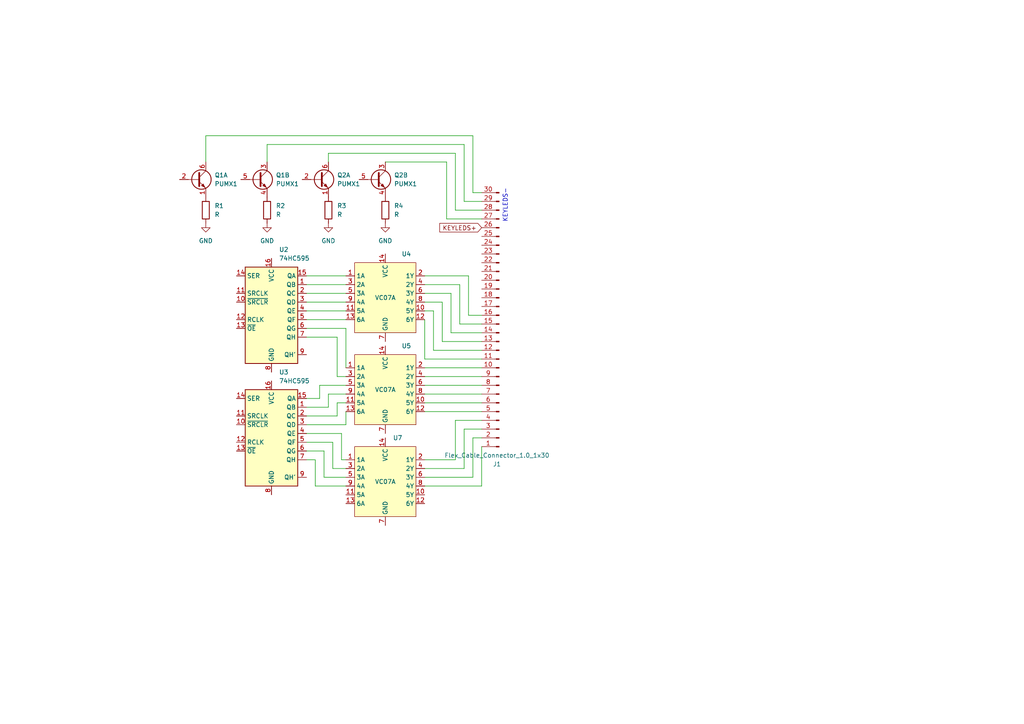
<source format=kicad_sch>
(kicad_sch (version 20231120) (generator "eeschema") (generator_version "8.0")
  (paper "A4")
  (lib_symbols
    (symbol "74xx:74HC595"
      (property "Reference" "U" (at -7.62 13.97 0))
      (property "Value" "74HC595" (at -7.62 -16.51 0))
      (symbol "74HC595_1_0"
        (pin tri_state line (at 10.16 7.62 180) (length 2.54) (name "QB") (number "1"))
        (pin input line (at -10.16 2.54 0) (length 2.54) (name "~{SRCLR}") (number "10"))
        (pin input line (at -10.16 5.08 0) (length 2.54) (name "SRCLK") (number "11"))
        (pin input line (at -10.16 -2.54 0) (length 2.54) (name "RCLK") (number "12"))
        (pin input line (at -10.16 -5.08 0) (length 2.54) (name "~{OE}") (number "13"))
        (pin input line (at -10.16 10.16 0) (length 2.54) (name "SER") (number "14"))
        (pin tri_state line (at 10.16 10.16 180) (length 2.54) (name "QA") (number "15"))
        (pin power_in line (at 0 15.24 270) (length 2.54) (name "VCC") (number "16"))
        (pin tri_state line (at 10.16 5.08 180) (length 2.54) (name "QC") (number "2"))
        (pin tri_state line (at 10.16 2.54 180) (length 2.54) (name "QD") (number "3"))
        (pin tri_state line (at 10.16 0 180) (length 2.54) (name "QE") (number "4"))
        (pin tri_state line (at 10.16 -2.54 180) (length 2.54) (name "QF") (number "5"))
        (pin tri_state line (at 10.16 -5.08 180) (length 2.54) (name "QG") (number "6"))
        (pin tri_state line (at 10.16 -7.62 180) (length 2.54) (name "QH") (number "7"))
        (pin power_in line (at 0 -17.78 90) (length 2.54) (name "GND") (number "8"))
        (pin output line (at 10.16 -12.7 180) (length 2.54) (name "QH'") (number "9"))
      )
      (symbol "74HC595_1_1"
        (rectangle (start -7.62 12.7) (end 7.62 -15.24) (stroke (width 0.254)) (fill (type background)))
      )
    )
    (symbol "Device:R" (pin_numbers hide) (pin_names (offset 0))
      (property "Reference" "R" (at 2.032 0 90))
      (property "Value" "R" (at 0 0 90))
      (symbol "R_0_1"
        (rectangle (start -1.016 -2.54) (end 1.016 2.54) (stroke (width 0.254)))
      )
      (symbol "R_1_1"
        (pin passive line (at 0 3.81 270) (length 1.27) (name "~") (number "1"))
        (pin passive line (at 0 -3.81 90) (length 1.27) (name "~") (number "2"))
      )
    )
    (symbol "Transistor_BJT:PUMX1" (pin_names (offset 0) hide)
      (property "Reference" "Q" (at 5.08 1.27 0))
      (property "Value" "PUMX1" (at 5.08 -1.27 0))
      (symbol "PUMX1_0_1"
        (polyline (pts (xy 0.635 0) (xy -2.54 0)))
        (polyline (pts (xy 0.635 0.635) (xy 2.54 2.54)))
        (polyline (pts (xy 0.635 -0.635) (xy 2.54 -2.54) (xy 2.54 -2.54)))
        (polyline (pts (xy 0.635 1.905) (xy 0.635 -1.905) (xy 0.635 -1.905)) (stroke (width 0.508)))
        (polyline (pts (xy 1.27 -1.778) (xy 1.778 -1.27) (xy 2.286 -2.286) (xy 1.27 -1.778) (xy 1.27 -1.778)) (fill (type outline)))
        (circle (center 1.27 0) (radius 2.8194) (stroke (width 0.254)))
      )
      (symbol "PUMX1_1_1"
        (pin passive line (at 2.54 -5.08 90) (length 2.54) (name "E1") (number "1"))
        (pin input line (at -5.08 0 0) (length 2.54) (name "B1") (number "2"))
        (pin passive line (at 2.54 5.08 270) (length 2.54) (name "C1") (number "6"))
      )
      (symbol "PUMX1_2_1"
        (pin passive line (at 2.54 5.08 270) (length 2.54) (name "C2") (number "3"))
        (pin passive line (at 2.54 -5.08 90) (length 2.54) (name "E2") (number "4"))
        (pin input line (at -5.08 0 0) (length 2.54) (name "B2") (number "5"))
      )
    )
    (symbol "logipcbslib:Flex_Cable_Connector_1.0_1x30" (pin_names (offset 1.016) hide)
      (property "Reference" "J1" (at 0.635 43.18 0))
      (property "Value" "Flex_Cable_Connector_1.0_1x30" (at 0.635 40.64 0))
      (symbol "Flex_Cable_Connector_1.0_1x30_1_1"
        (polyline (pts (xy 1.27 -35.56) (xy 0.8636 -35.56)) (stroke (width 0.1524)))
        (polyline (pts (xy 1.27 -33.02) (xy 0.8636 -33.02)) (stroke (width 0.1524)))
        (polyline (pts (xy 1.27 -30.48) (xy 0.8636 -30.48)) (stroke (width 0.1524)))
        (polyline (pts (xy 1.27 -27.94) (xy 0.8636 -27.94)) (stroke (width 0.1524)))
        (polyline (pts (xy 1.27 -25.4) (xy 0.8636 -25.4)) (stroke (width 0.1524)))
        (polyline (pts (xy 1.27 -22.86) (xy 0.8636 -22.86)) (stroke (width 0.1524)))
        (polyline (pts (xy 1.27 -20.32) (xy 0.8636 -20.32)) (stroke (width 0.1524)))
        (polyline (pts (xy 1.27 -17.78) (xy 0.8636 -17.78)) (stroke (width 0.1524)))
        (polyline (pts (xy 1.27 -15.24) (xy 0.8636 -15.24)) (stroke (width 0.1524)))
        (polyline (pts (xy 1.27 -12.7) (xy 0.8636 -12.7)) (stroke (width 0.1524)))
        (polyline (pts (xy 1.27 -10.16) (xy 0.8636 -10.16)) (stroke (width 0.1524)))
        (polyline (pts (xy 1.27 -7.62) (xy 0.8636 -7.62)) (stroke (width 0.1524)))
        (polyline (pts (xy 1.27 -5.08) (xy 0.8636 -5.08)) (stroke (width 0.1524)))
        (polyline (pts (xy 1.27 -2.54) (xy 0.8636 -2.54)) (stroke (width 0.1524)))
        (polyline (pts (xy 1.27 0) (xy 0.8636 0)) (stroke (width 0.1524)))
        (polyline (pts (xy 1.27 2.54) (xy 0.8636 2.54)) (stroke (width 0.1524)))
        (polyline (pts (xy 1.27 5.08) (xy 0.8636 5.08)) (stroke (width 0.1524)))
        (polyline (pts (xy 1.27 7.62) (xy 0.8636 7.62)) (stroke (width 0.1524)))
        (polyline (pts (xy 1.27 10.16) (xy 0.8636 10.16)) (stroke (width 0.1524)))
        (polyline (pts (xy 1.27 12.7) (xy 0.8636 12.7)) (stroke (width 0.1524)))
        (polyline (pts (xy 1.27 15.24) (xy 0.8636 15.24)) (stroke (width 0.1524)))
        (polyline (pts (xy 1.27 17.78) (xy 0.8636 17.78)) (stroke (width 0.1524)))
        (polyline (pts (xy 1.27 20.32) (xy 0.8636 20.32)) (stroke (width 0.1524)))
        (polyline (pts (xy 1.27 22.86) (xy 0.8636 22.86)) (stroke (width 0.1524)))
        (polyline (pts (xy 1.27 25.4) (xy 0.8636 25.4)) (stroke (width 0.1524)))
        (polyline (pts (xy 1.27 27.94) (xy 0.8636 27.94)) (stroke (width 0.1524)))
        (polyline (pts (xy 1.27 30.48) (xy 0.8636 30.48)) (stroke (width 0.1524)))
        (polyline (pts (xy 1.27 33.02) (xy 0.8636 33.02)) (stroke (width 0.1524)))
        (polyline (pts (xy 1.27 35.56) (xy 0.8636 35.56)) (stroke (width 0.1524)))
        (polyline (pts (xy 1.27 38.1) (xy 0.8636 38.1)) (stroke (width 0.1524)))
        (rectangle (start 0.8636 -35.433) (end 0 -35.687) (stroke (width 0.1524)) (fill (type outline)))
        (rectangle (start 0.8636 -32.893) (end 0 -33.147) (stroke (width 0.1524)) (fill (type outline)))
        (rectangle (start 0.8636 -30.353) (end 0 -30.607) (stroke (width 0.1524)) (fill (type outline)))
        (rectangle (start 0.8636 -27.813) (end 0 -28.067) (stroke (width 0.1524)) (fill (type outline)))
        (rectangle (start 0.8636 -25.273) (end 0 -25.527) (stroke (width 0.1524)) (fill (type outline)))
        (rectangle (start 0.8636 -22.733) (end 0 -22.987) (stroke (width 0.1524)) (fill (type outline)))
        (rectangle (start 0.8636 -20.193) (end 0 -20.447) (stroke (width 0.1524)) (fill (type outline)))
        (rectangle (start 0.8636 -17.653) (end 0 -17.907) (stroke (width 0.1524)) (fill (type outline)))
        (rectangle (start 0.8636 -15.113) (end 0 -15.367) (stroke (width 0.1524)) (fill (type outline)))
        (rectangle (start 0.8636 -12.573) (end 0 -12.827) (stroke (width 0.1524)) (fill (type outline)))
        (rectangle (start 0.8636 -10.033) (end 0 -10.287) (stroke (width 0.1524)) (fill (type outline)))
        (rectangle (start 0.8636 -7.493) (end 0 -7.747) (stroke (width 0.1524)) (fill (type outline)))
        (rectangle (start 0.8636 -4.953) (end 0 -5.207) (stroke (width 0.1524)) (fill (type outline)))
        (rectangle (start 0.8636 -2.413) (end 0 -2.667) (stroke (width 0.1524)) (fill (type outline)))
        (rectangle (start 0.8636 0.127) (end 0 -0.127) (stroke (width 0.1524)) (fill (type outline)))
        (rectangle (start 0.8636 2.667) (end 0 2.413) (stroke (width 0.1524)) (fill (type outline)))
        (rectangle (start 0.8636 5.207) (end 0 4.953) (stroke (width 0.1524)) (fill (type outline)))
        (rectangle (start 0.8636 7.747) (end 0 7.493) (stroke (width 0.1524)) (fill (type outline)))
        (rectangle (start 0.8636 10.287) (end 0 10.033) (stroke (width 0.1524)) (fill (type outline)))
        (rectangle (start 0.8636 12.827) (end 0 12.573) (stroke (width 0.1524)) (fill (type outline)))
        (rectangle (start 0.8636 15.367) (end 0 15.113) (stroke (width 0.1524)) (fill (type outline)))
        (rectangle (start 0.8636 17.907) (end 0 17.653) (stroke (width 0.1524)) (fill (type outline)))
        (rectangle (start 0.8636 20.447) (end 0 20.193) (stroke (width 0.1524)) (fill (type outline)))
        (rectangle (start 0.8636 22.987) (end 0 22.733) (stroke (width 0.1524)) (fill (type outline)))
        (rectangle (start 0.8636 25.527) (end 0 25.273) (stroke (width 0.1524)) (fill (type outline)))
        (rectangle (start 0.8636 28.067) (end 0 27.813) (stroke (width 0.1524)) (fill (type outline)))
        (rectangle (start 0.8636 30.607) (end 0 30.353) (stroke (width 0.1524)) (fill (type outline)))
        (rectangle (start 0.8636 33.147) (end 0 32.893) (stroke (width 0.1524)) (fill (type outline)))
        (rectangle (start 0.8636 35.687) (end 0 35.433) (stroke (width 0.1524)) (fill (type outline)))
        (rectangle (start 0.8636 38.227) (end 0 37.973) (stroke (width 0.1524)) (fill (type outline)))
        (pin no_connect line (at 5.08 -38.1 180) (length 2.54) hide (name "M1") (number ""))
        (pin no_connect line (at 5.08 -40.64 180) (length 2.54) hide (name "M2") (number ""))
        (pin passive line (at 5.08 38.1 180) (length 3.81) (name "Pin_1") (number "1"))
        (pin passive line (at 5.08 15.24 180) (length 3.81) (name "Pin_10") (number "10"))
        (pin passive line (at 5.08 12.7 180) (length 3.81) (name "Pin_11") (number "11"))
        (pin passive line (at 5.08 10.16 180) (length 3.81) (name "Pin_12") (number "12"))
        (pin passive line (at 5.08 7.62 180) (length 3.81) (name "Pin_13") (number "13"))
        (pin passive line (at 5.08 5.08 180) (length 3.81) (name "Pin_14") (number "14"))
        (pin passive line (at 5.08 2.54 180) (length 3.81) (name "Pin_15") (number "15"))
        (pin passive line (at 5.08 0 180) (length 3.81) (name "Pin_16") (number "16"))
        (pin passive line (at 5.08 -2.54 180) (length 3.81) (name "Pin_17") (number "17"))
        (pin passive line (at 5.08 -5.08 180) (length 3.81) (name "Pin_18") (number "18"))
        (pin passive line (at 5.08 -7.62 180) (length 3.81) (name "Pin_19") (number "19"))
        (pin passive line (at 5.08 35.56 180) (length 3.81) (name "Pin_2") (number "2"))
        (pin passive line (at 5.08 -10.16 180) (length 3.81) (name "Pin_20") (number "20"))
        (pin passive line (at 5.08 -12.7 180) (length 3.81) (name "Pin_21") (number "21"))
        (pin passive line (at 5.08 -15.24 180) (length 3.81) (name "Pin_22") (number "22"))
        (pin passive line (at 5.08 -17.78 180) (length 3.81) (name "Pin_23") (number "23"))
        (pin passive line (at 5.08 -20.32 180) (length 3.81) (name "Pin_24") (number "24"))
        (pin passive line (at 5.08 -22.86 180) (length 3.81) (name "Pin_25") (number "25"))
        (pin passive line (at 5.08 -25.4 180) (length 3.81) (name "Pin_26") (number "26"))
        (pin passive line (at 5.08 -27.94 180) (length 3.81) (name "Pin_27") (number "27"))
        (pin passive line (at 5.08 -30.48 180) (length 3.81) (name "Pin_28") (number "28"))
        (pin passive line (at 5.08 -33.02 180) (length 3.81) (name "Pin_29") (number "29"))
        (pin passive line (at 5.08 33.02 180) (length 3.81) (name "Pin_3") (number "3"))
        (pin passive line (at 5.08 -35.56 180) (length 3.81) (name "Pin_30") (number "30"))
        (pin passive line (at 5.08 30.48 180) (length 3.81) (name "Pin_4") (number "4"))
        (pin passive line (at 5.08 27.94 180) (length 3.81) (name "Pin_5") (number "5"))
        (pin passive line (at 5.08 25.4 180) (length 3.81) (name "Pin_6") (number "6"))
        (pin passive line (at 5.08 22.86 180) (length 3.81) (name "Pin_7") (number "7"))
        (pin passive line (at 5.08 20.32 180) (length 3.81) (name "Pin_8") (number "8"))
        (pin passive line (at 5.08 17.78 180) (length 3.81) (name "Pin_9") (number "9"))
      )
    )
    (symbol "logisch:C07A"
      (property "Reference" "U" (at 0 0 0))
      (symbol "C07A_1_1"
        (rectangle (start -8.89 10.16) (end 8.89 -10.16) (fill (type background)))
        (pin input line (at -11.43 6.35 0) (length 2.54) (name "1A") (number "1"))
        (pin input line (at 11.43 -3.81 180) (length 2.54) (name "5Y") (number "10"))
        (pin input line (at -11.43 -3.81 0) (length 2.54) (name "5A") (number "11"))
        (pin input line (at 11.43 -6.35 180) (length 2.54) (name "6Y") (number "12"))
        (pin input line (at -11.43 -6.35 0) (length 2.54) (name "6A") (number "13"))
        (pin input line (at 0 12.7 270) (length 2.54) (name "VCC") (number "14"))
        (pin input line (at 11.43 6.35 180) (length 2.54) (name "1Y") (number "2"))
        (pin input line (at -11.43 3.81 0) (length 2.54) (name "2A") (number "3"))
        (pin input line (at 11.43 3.81 180) (length 2.54) (name "2Y") (number "4"))
        (pin input line (at -11.43 1.27 0) (length 2.54) (name "3A") (number "5"))
        (pin input line (at 11.43 1.27 180) (length 2.54) (name "3Y") (number "6"))
        (pin input line (at 0 -12.7 90) (length 2.54) (name "GND") (number "7"))
        (pin input line (at 11.43 -1.27 180) (length 2.54) (name "4Y") (number "8"))
        (pin input line (at -11.43 -1.27 0) (length 2.54) (name "4A") (number "9"))
      )
    )
    (symbol "power:GND" (power) (pin_names (offset 0))
      (property "Value" "GND" (at 0 -3.81 0))
      (symbol "GND_0_1"
        (polyline (pts (xy 0 0) (xy 0 -1.27) (xy 1.27 -1.27) (xy 0 -2.54) (xy -1.27 -1.27) (xy 0 -1.27)))
      )
      (symbol "GND_1_1"
        (pin power_in line (at 0 0 270) (length 0) hide (name "GND") (number "1"))
      )
    )
  )
  (wire (pts (xy 123.19 114.3) (xy 139.7 114.3)))
  (wire (pts (xy 95.25 44.45) (xy 132.08 44.45)))
  (wire (pts (xy 88.9 95.25) (xy 100.33 95.25)))
  (wire (pts (xy 88.9 115.57) (xy 92.71 115.57)))
  (wire (pts (xy 91.44 133.35) (xy 91.44 140.97)))
  (wire (pts (xy 123.19 133.35) (xy 132.08 133.35)))
  (wire (pts (xy 88.9 123.19) (xy 100.33 123.19)))
  (wire (pts (xy 134.62 41.91) (xy 134.62 58.42)))
  (wire (pts (xy 59.69 39.37) (xy 137.16 39.37)))
  (wire (pts (xy 88.9 82.55) (xy 100.33 82.55)))
  (wire (pts (xy 88.9 125.73) (xy 99.06 125.73)))
  (wire (pts (xy 96.52 128.27) (xy 96.52 135.89)))
  (wire (pts (xy 123.19 92.71) (xy 123.19 104.14)))
  (wire (pts (xy 88.9 130.81) (xy 93.98 130.81)))
  (wire (pts (xy 132.08 44.45) (xy 132.08 60.96)))
  (wire (pts (xy 123.19 138.43) (xy 137.16 138.43)))
  (wire (pts (xy 123.19 109.22) (xy 139.7 109.22)))
  (wire (pts (xy 135.89 91.44) (xy 139.7 91.44)))
  (wire (pts (xy 123.19 82.55) (xy 133.35 82.55)))
  (wire (pts (xy 125.73 101.6) (xy 139.7 101.6)))
  (wire (pts (xy 123.19 106.68) (xy 139.7 106.68)))
  (wire (pts (xy 134.62 58.42) (xy 139.7 58.42)))
  (wire (pts (xy 125.73 90.17) (xy 125.73 101.6)))
  (wire (pts (xy 129.54 46.99) (xy 129.54 63.5)))
  (wire (pts (xy 88.9 118.11) (xy 95.25 118.11)))
  (wire (pts (xy 97.79 116.84) (xy 100.33 116.84)))
  (wire (pts (xy 134.62 135.89) (xy 134.62 124.46)))
  (wire (pts (xy 137.16 55.88) (xy 139.7 55.88)))
  (wire (pts (xy 95.25 118.11) (xy 95.25 114.3)))
  (wire (pts (xy 77.47 46.99) (xy 77.47 41.91)))
  (wire (pts (xy 95.25 46.99) (xy 95.25 44.45)))
  (wire (pts (xy 135.89 80.01) (xy 135.89 91.44)))
  (wire (pts (xy 100.33 95.25) (xy 100.33 106.68)))
  (wire (pts (xy 133.35 82.55) (xy 133.35 93.98)))
  (wire (pts (xy 95.25 114.3) (xy 100.33 114.3)))
  (wire (pts (xy 88.9 80.01) (xy 100.33 80.01)))
  (wire (pts (xy 137.16 138.43) (xy 137.16 127)))
  (wire (pts (xy 130.81 85.09) (xy 130.81 96.52)))
  (wire (pts (xy 91.44 140.97) (xy 100.33 140.97)))
  (wire (pts (xy 88.9 90.17) (xy 100.33 90.17)))
  (wire (pts (xy 88.9 120.65) (xy 97.79 120.65)))
  (wire (pts (xy 88.9 92.71) (xy 100.33 92.71)))
  (wire (pts (xy 129.54 63.5) (xy 139.7 63.5)))
  (wire (pts (xy 123.19 111.76) (xy 139.7 111.76)))
  (wire (pts (xy 99.06 125.73) (xy 99.06 133.35)))
  (wire (pts (xy 128.27 87.63) (xy 128.27 99.06)))
  (wire (pts (xy 133.35 93.98) (xy 139.7 93.98)))
  (wire (pts (xy 97.79 120.65) (xy 97.79 116.84)))
  (wire (pts (xy 123.19 104.14) (xy 139.7 104.14)))
  (wire (pts (xy 97.79 97.79) (xy 97.79 109.22)))
  (wire (pts (xy 123.19 80.01) (xy 135.89 80.01)))
  (wire (pts (xy 88.9 85.09) (xy 100.33 85.09)))
  (wire (pts (xy 123.19 87.63) (xy 128.27 87.63)))
  (wire (pts (xy 88.9 128.27) (xy 96.52 128.27)))
  (wire (pts (xy 123.19 116.84) (xy 139.7 116.84)))
  (wire (pts (xy 92.71 111.76) (xy 100.33 111.76)))
  (wire (pts (xy 137.16 127) (xy 139.7 127)))
  (wire (pts (xy 88.9 133.35) (xy 91.44 133.35)))
  (wire (pts (xy 128.27 99.06) (xy 139.7 99.06)))
  (wire (pts (xy 123.19 85.09) (xy 130.81 85.09)))
  (wire (pts (xy 88.9 87.63) (xy 100.33 87.63)))
  (wire (pts (xy 132.08 60.96) (xy 139.7 60.96)))
  (wire (pts (xy 92.71 115.57) (xy 92.71 111.76)))
  (wire (pts (xy 93.98 130.81) (xy 93.98 138.43)))
  (wire (pts (xy 132.08 121.92) (xy 139.7 121.92)))
  (wire (pts (xy 123.19 140.97) (xy 139.7 140.97)))
  (wire (pts (xy 130.81 96.52) (xy 139.7 96.52)))
  (wire (pts (xy 100.33 123.19) (xy 100.33 119.38)))
  (wire (pts (xy 88.9 97.79) (xy 97.79 97.79)))
  (wire (pts (xy 134.62 124.46) (xy 139.7 124.46)))
  (wire (pts (xy 132.08 133.35) (xy 132.08 121.92)))
  (wire (pts (xy 123.19 119.38) (xy 139.7 119.38)))
  (wire (pts (xy 111.76 46.99) (xy 129.54 46.99)))
  (wire (pts (xy 137.16 39.37) (xy 137.16 55.88)))
  (wire (pts (xy 97.79 109.22) (xy 100.33 109.22)))
  (wire (pts (xy 96.52 135.89) (xy 100.33 135.89)))
  (wire (pts (xy 99.06 133.35) (xy 100.33 133.35)))
  (wire (pts (xy 93.98 138.43) (xy 100.33 138.43)))
  (wire (pts (xy 123.19 90.17) (xy 125.73 90.17)))
  (wire (pts (xy 59.69 46.99) (xy 59.69 39.37)))
  (wire (pts (xy 77.47 41.91) (xy 134.62 41.91)))
  (wire (pts (xy 139.7 140.97) (xy 139.7 129.54)))
  (wire (pts (xy 123.19 135.89) (xy 134.62 135.89)))
  (text "KEYLEDS-" (at 147.32 54.61 90) (effects (font (size 1.27 1.27)) (justify right bottom)))
  (global_label "KEYLEDS+" (shape input) (at 139.7 66.04 180) (property "Intersheetrefs" "${INTERSHEET_REFS}" (effects (hide yes))))
  (symbol (lib_id "logisch:C07A") (at 111.76 113.03 0) (unit 1)
    (property "Reference" "U5" (at 116.4941 100.33 0) (effects (justify left)))
    (property "Value" "VC07A" (at 111.76 113.03 0))
    (property "Footprint" "Package_DFN_QFN:Texas_S-PVQFN-N14" (effects (hide yes)))
  )
  (symbol (lib_id "power:GND") (at 95.25 64.77 0) (unit 1)
    (property "Reference" "#PWR04" (effects (hide yes)))
    (property "Value" "GND" (at 95.25 69.85 0))
  )
  (symbol (lib_id "Transistor_BJT:PUMX1") (at 109.22 52.07 0) (unit 2)
    (property "Reference" "Q2" (at 114.3 50.8 0) (effects (justify left)))
    (property "Value" "PUMX1" (at 114.3 53.34 0) (effects (justify left)))
    (property "Footprint" "Package_TO_SOT_SMD:SOT-363_SC-70-6" (effects (hide yes)))
    (property "Datasheet" "https://assets.nexperia.com/documents/data-sheet/PUMX1.pdf" (effects (hide yes)))
  )
  (symbol (lib_id "Transistor_BJT:PUMX1") (at 74.93 52.07 0) (unit 2)
    (property "Reference" "Q1" (at 80.01 50.8 0) (effects (justify left)))
    (property "Value" "PUMX1" (at 80.01 53.34 0) (effects (justify left)))
    (property "Footprint" "Package_TO_SOT_SMD:SOT-363_SC-70-6" (effects (hide yes)))
    (property "Datasheet" "https://assets.nexperia.com/documents/data-sheet/PUMX1.pdf" (effects (hide yes)))
  )
  (symbol (lib_id "logisch:C07A") (at 111.76 86.36 0) (unit 1)
    (property "Reference" "U4" (at 116.4941 73.66 0) (effects (justify left)))
    (property "Value" "VC07A" (at 111.76 86.36 0))
    (property "Footprint" "Package_DFN_QFN:Texas_S-PVQFN-N14" (effects (hide yes)))
  )
  (symbol (lib_id "power:GND") (at 77.47 64.77 0) (unit 1)
    (property "Reference" "#PWR03" (effects (hide yes)))
    (property "Value" "GND" (at 77.47 69.85 0))
  )
  (symbol (lib_id "power:GND") (at 111.76 64.77 0) (unit 1)
    (property "Reference" "#PWR05" (effects (hide yes)))
    (property "Value" "GND" (at 111.76 69.85 0))
  )
  (symbol (lib_id "logisch:C07A") (at 111.76 139.7 0) (unit 1)
    (property "Reference" "U7" (at 113.9541 127 0) (effects (justify left)))
    (property "Value" "VC07A" (at 111.76 139.7 0))
    (property "Footprint" "Package_DFN_QFN:Texas_S-PVQFN-N14" (effects (hide yes)))
  )
  (symbol (lib_id "74xx:74HC595") (at 78.74 125.73 0) (unit 1)
    (property "Reference" "U3" (at 80.9341 107.95 0) (effects (justify left)))
    (property "Value" "74HC595" (at 80.9341 110.49 0) (effects (justify left)))
    (property "Footprint" "Package_SO:TSSOP-16_4.4x5mm_P0.65mm" (effects (hide yes)))
    (property "Datasheet" "http://www.ti.com/lit/ds/symlink/sn74hc595.pdf" (effects (hide yes)))
  )
  (symbol (lib_id "Transistor_BJT:PUMX1") (at 57.15 52.07 0) (unit 1)
    (property "Reference" "Q1" (at 62.23 50.8 0) (effects (justify left)))
    (property "Value" "PUMX1" (at 62.23 53.34 0) (effects (justify left)))
    (property "Footprint" "Package_TO_SOT_SMD:SOT-363_SC-70-6" (effects (hide yes)))
    (property "Datasheet" "https://assets.nexperia.com/documents/data-sheet/PUMX1.pdf" (effects (hide yes)))
  )
  (symbol (lib_id "Device:R") (at 95.25 60.96 0) (unit 1)
    (property "Reference" "R3" (at 97.79 59.69 0) (effects (justify left)))
    (property "Value" "R" (at 97.79 62.23 0) (effects (justify left)))
    (property "Footprint" "Resistor_SMD:R_0603_1608Metric_Pad0.98x0.95mm_HandSolder" (effects (hide yes)))
  )
  (symbol (lib_id "logipcbslib:Flex_Cable_Connector_1.0_1x30") (at 144.78 91.44 180) (unit 1)
    (property "Reference" "J1" (at 144.145 134.62 0))
    (property "Value" "Flex_Cable_Connector_1.0_1x30" (at 144.145 132.08 0))
    (property "Footprint" "Connector_FFC-FPC:Molex_200528-0300_1x30-1MP_P1.00mm_Horizontal" (effects (hide yes)))
  )
  (symbol (lib_id "74xx:74HC595") (at 78.74 90.17 0) (unit 1)
    (property "Reference" "U2" (at 80.9341 72.39 0) (effects (justify left)))
    (property "Value" "74HC595" (at 80.9341 74.93 0) (effects (justify left)))
    (property "Footprint" "Package_SO:TSSOP-16_4.4x5mm_P0.65mm" (effects (hide yes)))
    (property "Datasheet" "http://www.ti.com/lit/ds/symlink/sn74hc595.pdf" (effects (hide yes)))
  )
  (symbol (lib_id "power:GND") (at 59.69 64.77 0) (unit 1)
    (property "Reference" "#PWR02" (effects (hide yes)))
    (property "Value" "GND" (at 59.69 69.85 0))
  )
  (symbol (lib_id "Device:R") (at 111.76 60.96 0) (unit 1)
    (property "Reference" "R4" (at 114.3 59.69 0) (effects (justify left)))
    (property "Value" "R" (at 114.3 62.23 0) (effects (justify left)))
    (property "Footprint" "Resistor_SMD:R_0603_1608Metric_Pad0.98x0.95mm_HandSolder" (effects (hide yes)))
  )
  (symbol (lib_id "Transistor_BJT:PUMX1") (at 92.71 52.07 0) (unit 1)
    (property "Reference" "Q2" (at 97.79 50.8 0) (effects (justify left)))
    (property "Value" "PUMX1" (at 97.79 53.34 0) (effects (justify left)))
    (property "Footprint" "Package_TO_SOT_SMD:SOT-363_SC-70-6" (effects (hide yes)))
    (property "Datasheet" "https://assets.nexperia.com/documents/data-sheet/PUMX1.pdf" (effects (hide yes)))
  )
  (symbol (lib_id "Device:R") (at 59.69 60.96 0) (unit 1)
    (property "Reference" "R1" (at 62.23 59.69 0) (effects (justify left)))
    (property "Value" "R" (at 62.23 62.23 0) (effects (justify left)))
    (property "Footprint" "Resistor_SMD:R_0603_1608Metric_Pad0.98x0.95mm_HandSolder" (effects (hide yes)))
  )
  (symbol (lib_id "Device:R") (at 77.47 60.96 0) (unit 1)
    (property "Reference" "R2" (at 80.01 59.69 0) (effects (justify left)))
    (property "Value" "R" (at 80.01 62.23 0) (effects (justify left)))
    (property "Footprint" "Resistor_SMD:R_0603_1608Metric_Pad0.98x0.95mm_HandSolder" (effects (hide yes)))
  )
)
</source>
